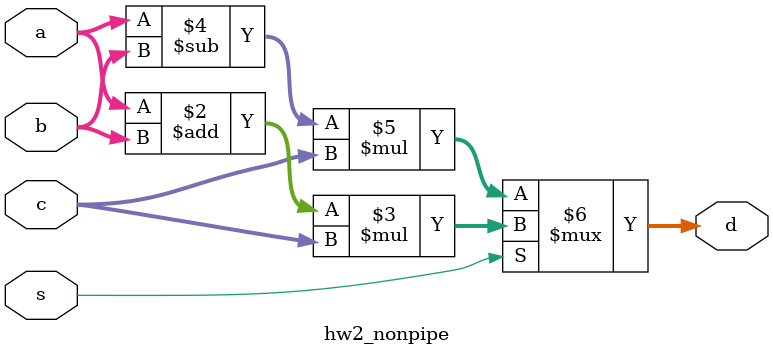
<source format=v>
module hw2_nonpipe (input [7:0] a, b, c, input s, output [15:0] d);
    assign d = (s == 1) ? (a + b) * c : (a - b) * c;
endmodule
</source>
